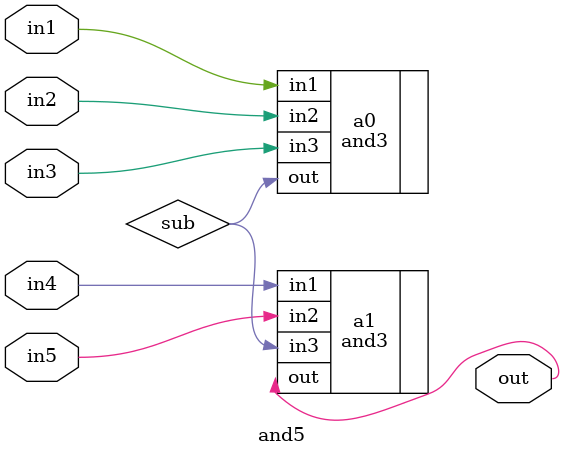
<source format=v>
/*
    CS/ECE 552 Spring '23
    Homework #1, Problem 2

    5 input AND
*/
`default_nettype none
module and5 (out,in1,in2, in3, in4, in5);
    output wire out;
    input wire in1,in2, in3, in4, in5;
    wire sub;
    and3 a0 (.out(sub), .in1(in1), .in2(in2), .in3(in3));
    and3 a1 (.out(out), .in1(in4), .in2(in5), .in3(sub));

endmodule
`default_nettype wire

</source>
